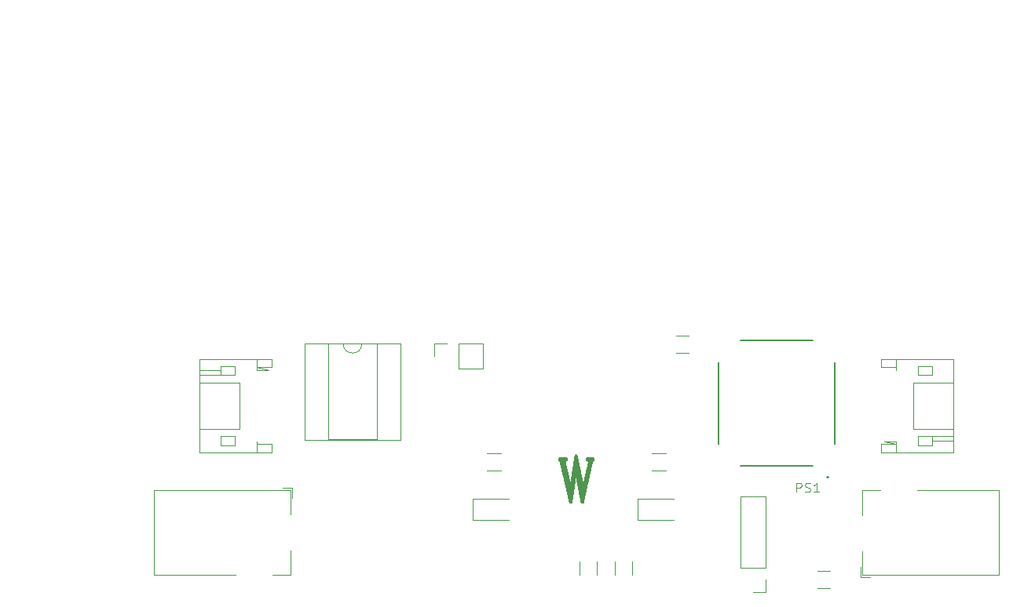
<source format=gbr>
From 9d678fbace2e4931e39ab5b95b2ec7493a18f549 Mon Sep 17 00:00:00 2001
From: Blaise Thompson <blaise@untzag.com>
Date: Mon, 25 Jan 2021 12:15:05 -0600
Subject: digital-driver readme

---
 digital-driver/gerber/driver-F_SilkS.gbr | 2419 ++++++++++++++++--------------
 1 file changed, 1296 insertions(+), 1123 deletions(-)

(limited to 'digital-driver/gerber/driver-F_SilkS.gbr')

diff --git a/digital-driver/gerber/driver-F_SilkS.gbr b/digital-driver/gerber/driver-F_SilkS.gbr
index 40c5e48..d854bb1 100644
--- a/digital-driver/gerber/driver-F_SilkS.gbr
+++ b/digital-driver/gerber/driver-F_SilkS.gbr
@@ -1,12 +1,12 @@
-%TF.GenerationSoftware,KiCad,Pcbnew,5.1.9+dfsg1-1*%
-%TF.CreationDate,2021-01-24T22:19:11-06:00*%
+%TF.GenerationSoftware,KiCad,Pcbnew,5.1.8+dfsg1-1+b1*%
+%TF.CreationDate,2021-01-25T11:41:01-06:00*%
 %TF.ProjectId,driver,64726976-6572-42e6-9b69-6361645f7063,1.0.0*%
 %TF.SameCoordinates,Original*%
 %TF.FileFunction,Legend,Top*%
 %TF.FilePolarity,Positive*%
 %FSLAX46Y46*%
 G04 Gerber Fmt 4.6, Leading zero omitted, Abs format (unit mm)*
-G04 Created by KiCad (PCBNEW 5.1.9+dfsg1-1) date 2021-01-24 22:19:11*
+G04 Created by KiCad (PCBNEW 5.1.8+dfsg1-1+b1) date 2021-01-25 11:41:01*
 %MOMM*%
 %LPD*%
 G01*
@@ -16,13 +16,162 @@ G04 APERTURE LIST*
 %TA.AperFunction,Profile*%
 %ADD12C,0.100000*%
 %TD*%
-%ADD13C,0.127000*%
-%ADD14C,0.200000*%
-%ADD15C,0.120000*%
+%ADD13C,0.120000*%
+%ADD14C,0.127000*%
+%ADD15C,0.200000*%
 %ADD16C,0.010000*%
-%ADD17C,0.015000*%
 G04 APERTURE END LIST*
 D10*
+X145351904Y-87082380D02*
+X145685238Y-88082380D01*
+X146018571Y-87082380D01*
+X146256666Y-87082380D02*
+X146923333Y-88082380D01*
+X146923333Y-87082380D02*
+X146256666Y-88082380D01*
+X147494761Y-87082380D02*
+X147685238Y-87082380D01*
+X147780476Y-87130000D01*
+X147875714Y-87225238D01*
+X147923333Y-87415714D01*
+X147923333Y-87749047D01*
+X147875714Y-87939523D01*
+X147780476Y-88034761D01*
+X147685238Y-88082380D01*
+X147494761Y-88082380D01*
+X147399523Y-88034761D01*
+X147304285Y-87939523D01*
+X147256666Y-87749047D01*
+X147256666Y-87415714D01*
+X147304285Y-87225238D01*
+X147399523Y-87130000D01*
+X147494761Y-87082380D01*
+X148256666Y-87082380D02*
+X148923333Y-87082380D01*
+X148494761Y-88082380D01*
+X149447142Y-87510952D02*
+X149351904Y-87463333D01*
+X149304285Y-87415714D01*
+X149256666Y-87320476D01*
+X149256666Y-87272857D01*
+X149304285Y-87177619D01*
+X149351904Y-87130000D01*
+X149447142Y-87082380D01*
+X149637619Y-87082380D01*
+X149732857Y-87130000D01*
+X149780476Y-87177619D01*
+X149828095Y-87272857D01*
+X149828095Y-87320476D01*
+X149780476Y-87415714D01*
+X149732857Y-87463333D01*
+X149637619Y-87510952D01*
+X149447142Y-87510952D01*
+X149351904Y-87558571D01*
+X149304285Y-87606190D01*
+X149256666Y-87701428D01*
+X149256666Y-87891904D01*
+X149304285Y-87987142D01*
+X149351904Y-88034761D01*
+X149447142Y-88082380D01*
+X149637619Y-88082380D01*
+X149732857Y-88034761D01*
+X149780476Y-87987142D01*
+X149828095Y-87891904D01*
+X149828095Y-87701428D01*
+X149780476Y-87606190D01*
+X149732857Y-87558571D01*
+X149637619Y-87510952D01*
+X150447142Y-87082380D02*
+X150542380Y-87082380D01*
+X150637619Y-87130000D01*
+X150685238Y-87177619D01*
+X150732857Y-87272857D01*
+X150780476Y-87463333D01*
+X150780476Y-87701428D01*
+X150732857Y-87891904D01*
+X150685238Y-87987142D01*
+X150637619Y-88034761D01*
+X150542380Y-88082380D01*
+X150447142Y-88082380D01*
+X150351904Y-88034761D01*
+X150304285Y-87987142D01*
+X150256666Y-87891904D01*
+X150209047Y-87701428D01*
+X150209047Y-87463333D01*
+X150256666Y-87272857D01*
+X150304285Y-87177619D01*
+X150351904Y-87130000D01*
+X150447142Y-87082380D01*
+X151685238Y-87082380D02*
+X151209047Y-87082380D01*
+X151161428Y-87558571D01*
+X151209047Y-87510952D01*
+X151304285Y-87463333D01*
+X151542380Y-87463333D01*
+X151637619Y-87510952D01*
+X151685238Y-87558571D01*
+X151732857Y-87653809D01*
+X151732857Y-87891904D01*
+X151685238Y-87987142D01*
+X151637619Y-88034761D01*
+X151542380Y-88082380D01*
+X151304285Y-88082380D01*
+X151209047Y-88034761D01*
+X151161428Y-87987142D01*
+X143438571Y-103679523D02*
+X143438571Y-104012857D01*
+X143962380Y-104012857D02*
+X142962380Y-104012857D01*
+X142962380Y-103536666D01*
+X143676666Y-103203333D02*
+X143676666Y-102727142D01*
+X143962380Y-103298571D02*
+X142962380Y-102965238D01*
+X143962380Y-102631904D01*
+X143962380Y-102298571D02*
+X142962380Y-102298571D01*
+X143962380Y-101727142D01*
+X142962380Y-101727142D01*
+X148090000Y-107441904D02*
+X148042380Y-107537142D01*
+X148042380Y-107680000D01*
+X148090000Y-107822857D01*
+X148185238Y-107918095D01*
+X148280476Y-107965714D01*
+X148470952Y-108013333D01*
+X148613809Y-108013333D01*
+X148804285Y-107965714D01*
+X148899523Y-107918095D01*
+X148994761Y-107822857D01*
+X149042380Y-107680000D01*
+X149042380Y-107584761D01*
+X148994761Y-107441904D01*
+X148947142Y-107394285D01*
+X148613809Y-107394285D01*
+X148613809Y-107584761D01*
+X149042380Y-106965714D02*
+X148042380Y-106965714D01*
+X149042380Y-106394285D01*
+X148042380Y-106394285D01*
+X149042380Y-105918095D02*
+X148042380Y-105918095D01*
+X148042380Y-105680000D01*
+X148090000Y-105537142D01*
+X148185238Y-105441904D01*
+X148280476Y-105394285D01*
+X148470952Y-105346666D01*
+X148613809Y-105346666D01*
+X148804285Y-105394285D01*
+X148899523Y-105441904D01*
+X148994761Y-105537142D01*
+X149042380Y-105680000D01*
+X149042380Y-105918095D01*
+X112649047Y-85161428D02*
+X113410952Y-85161428D01*
+X115189047Y-85161428D02*
+X115950952Y-85161428D01*
+X115570000Y-85542380D02*
+X115570000Y-84780476D01*
 X117133809Y-102052380D02*
 X117133809Y-101052380D01*
 X117562380Y-101147619D02*
@@ -525,985 +674,109 @@ G02*
 X167640000Y-81280000I0J-2540000D01*
 G01*
 D13*
+%TO.C,R7*%
+X129180000Y-104682936D02*
+X129180000Y-106137064D01*
+X127360000Y-104682936D02*
+X127360000Y-106137064D01*
+%TO.C,R6*%
+X132990000Y-104682936D02*
+X132990000Y-106137064D01*
+X131170000Y-104682936D02*
+X131170000Y-106137064D01*
+D14*
 %TO.C,PS1*%
 X152520000Y-94380000D02*
 X144660000Y-94380000D01*
-D14*
+D15*
 X154190000Y-95630000D02*
 G75*
 G03*
 X154190000Y-95630000I-100000J0D01*
 G01*
-D13*
+D14*
 X144660000Y-80880000D02*
 X152520000Y-80880000D01*
 X142340000Y-92060000D02*
 X142340000Y-83200000D01*
 X154840000Y-83200000D02*
 X154840000Y-92060000D01*
-D15*
+D13*
 %TO.C,J1*%
 X161430000Y-91760000D02*
-X160215000Y-91760000D01*
-X165390000Y-91700000D02*
-X167650000Y-91700000D01*
-X165390000Y-91200000D02*
-X167650000Y-91200000D01*
-X163790000Y-84600000D02*
-X163790000Y-83600000D01*
-X165390000Y-84600000D02*
-X163790000Y-84600000D01*
-X165390000Y-83600000D02*
-X165390000Y-84600000D01*
-X163790000Y-83600000D02*
-X165390000Y-83600000D01*
-X163790000Y-91200000D02*
-X163790000Y-92200000D01*
-X165390000Y-91200000D02*
-X163790000Y-91200000D01*
-X165390000Y-92200000D02*
-X165390000Y-91200000D01*
-X163790000Y-92200000D02*
-X165390000Y-92200000D01*
-X161430000Y-82840000D02*
-X161430000Y-83760000D01*
-X161430000Y-92960000D02*
 X161430000Y-92040000D01*
-X163290000Y-85400000D02*
-X167650000Y-85400000D01*
-X163290000Y-90400000D02*
-X163290000Y-85400000D01*
-X167650000Y-90400000D02*
-X163290000Y-90400000D01*
+X161430000Y-92040000D02*
+X159830000Y-92040000D01*
+X159830000Y-92040000D02*
+X159830000Y-92960000D01*
+X159830000Y-92960000D02*
+X167650000Y-92960000D01*
+X167650000Y-92960000D02*
+X167650000Y-82840000D01*
+X167650000Y-82840000D02*
+X159830000Y-82840000D01*
+X159830000Y-82840000D02*
+X159830000Y-83760000D01*
+X159830000Y-83760000D02*
+X161430000Y-83760000D01*
 X161430000Y-83760000D02*
 X161430000Y-84040000D01*
-X159830000Y-83760000D02*
+X167650000Y-90400000D02*
+X163290000Y-90400000D01*
+X163290000Y-90400000D02*
+X163290000Y-85400000D01*
+X163290000Y-85400000D02*
+X167650000Y-85400000D01*
+X161430000Y-92960000D02*
+X161430000Y-92040000D01*
+X161430000Y-82840000D02*
 X161430000Y-83760000D01*
-X159830000Y-82840000D02*
-X159830000Y-83760000D01*
-X167650000Y-82840000D02*
-X159830000Y-82840000D01*
-X167650000Y-92960000D02*
-X167650000Y-82840000D01*
-X159830000Y-92960000D02*
-X167650000Y-92960000D01*
-X159830000Y-92040000D02*
-X159830000Y-92960000D01*
-X161430000Y-92040000D02*
-X159830000Y-92040000D01*
+X163790000Y-92200000D02*
+X165390000Y-92200000D01*
+X165390000Y-92200000D02*
+X165390000Y-91200000D01*
+X165390000Y-91200000D02*
+X163790000Y-91200000D01*
+X163790000Y-91200000D02*
+X163790000Y-92200000D01*
+X163790000Y-83600000D02*
+X165390000Y-83600000D01*
+X165390000Y-83600000D02*
+X165390000Y-84600000D01*
+X165390000Y-84600000D02*
+X163790000Y-84600000D01*
+X163790000Y-84600000D02*
+X163790000Y-83600000D01*
+X165390000Y-91200000D02*
+X167650000Y-91200000D01*
+X165390000Y-91700000D02*
+X167650000Y-91700000D01*
 X161430000Y-91760000D02*
-X161430000Y-92040000D01*
+X160215000Y-91760000D01*
 %TO.C,R5*%
-X135162936Y-94890000D02*
-X136617064Y-94890000D01*
 X135162936Y-93070000D02*
 X136617064Y-93070000D01*
+X135162936Y-94890000D02*
+X136617064Y-94890000D01*
 %TO.C,R2*%
-X117382936Y-94890000D02*
-X118837064Y-94890000D01*
 X117382936Y-93070000D02*
 X118837064Y-93070000D01*
+X117382936Y-94890000D02*
+X118837064Y-94890000D01*
 %TO.C,C3*%
-X139141252Y-80370000D02*
-X137718748Y-80370000D01*
 X139141252Y-82190000D02*
 X137718748Y-82190000D01*
+X139141252Y-80370000D02*
+X137718748Y-80370000D01*
 %TO.C,C2*%
-X152958748Y-107590000D02*
-X154381252Y-107590000D01*
 X152958748Y-105770000D02*
 X154381252Y-105770000D01*
+X152958748Y-107590000D02*
+X154381252Y-107590000D01*
 D16*
 %TO.C,G\u002A\u002A\u002A*%
 G36*
-X126990497Y-93197841D02*
-G01*
-X127007933Y-93198488D01*
-X127018683Y-93199868D01*
-X127024481Y-93202227D01*
-X127027064Y-93205810D01*
-X127027312Y-93206570D01*
-X127028537Y-93212166D01*
-X127031761Y-93227346D01*
-X127036909Y-93251744D01*
-X127043904Y-93284999D01*
-X127052670Y-93326746D01*
-X127063132Y-93376623D01*
-X127075213Y-93434267D01*
-X127088838Y-93499314D01*
-X127103930Y-93571400D01*
-X127120413Y-93650164D01*
-X127138212Y-93735240D01*
-X127157251Y-93826267D01*
-X127177452Y-93922881D01*
-X127198742Y-94024719D01*
-X127221043Y-94131417D01*
-X127244279Y-94242613D01*
-X127268375Y-94357942D01*
-X127293255Y-94477043D01*
-X127318842Y-94599551D01*
-X127345061Y-94725103D01*
-X127371835Y-94853336D01*
-X127383589Y-94909640D01*
-X127410596Y-95038994D01*
-X127437087Y-95165858D01*
-X127462985Y-95289867D01*
-X127488216Y-95410656D01*
-X127512702Y-95527860D01*
-X127536367Y-95641114D01*
-X127559134Y-95750053D01*
-X127580927Y-95854311D01*
-X127601671Y-95953524D01*
-X127621288Y-96047327D01*
-X127639702Y-96135354D01*
-X127656836Y-96217241D01*
-X127672615Y-96292622D01*
-X127686963Y-96361133D01*
-X127699801Y-96422408D01*
-X127711055Y-96476083D01*
-X127720648Y-96521792D01*
-X127728504Y-96559170D01*
-X127734545Y-96587853D01*
-X127738697Y-96607475D01*
-X127740882Y-96617671D01*
-X127741196Y-96619060D01*
-X127743609Y-96627405D01*
-X127745499Y-96628620D01*
-X127747792Y-96621715D01*
-X127750710Y-96608900D01*
-X127752330Y-96601781D01*
-X127756140Y-96585185D01*
-X127762042Y-96559532D01*
-X127769940Y-96525243D01*
-X127779736Y-96482740D01*
-X127791332Y-96432445D01*
-X127804633Y-96374777D01*
-X127819540Y-96310160D01*
-X127835956Y-96239013D01*
-X127853785Y-96161758D01*
-X127872928Y-96078816D01*
-X127893289Y-95990609D01*
-X127914770Y-95897558D01*
-X127937275Y-95800084D01*
-X127960706Y-95698609D01*
-X127984965Y-95593553D01*
-X128009956Y-95485338D01*
-X128035582Y-95374385D01*
-X128054338Y-95293180D01*
-X128085751Y-95157185D01*
-X128114958Y-95030732D01*
-X128142035Y-94913458D01*
-X128167057Y-94805005D01*
-X128190100Y-94705012D01*
-X128211241Y-94613119D01*
-X128230555Y-94528966D01*
-X128248118Y-94452193D01*
-X128264006Y-94382440D01*
-X128278294Y-94319347D01*
-X128291060Y-94262553D01*
-X128302378Y-94211700D01*
-X128312324Y-94166426D01*
-X128320974Y-94126371D01*
-X128328405Y-94091177D01*
-X128334692Y-94060482D01*
-X128339911Y-94033926D01*
-X128344137Y-94011150D01*
-X128347448Y-93991793D01*
-X128349918Y-93975495D01*
-X128351623Y-93961897D01*
-X128352640Y-93950638D01*
-X128353043Y-93941357D01*
-X128352910Y-93933697D01*
-X128352316Y-93927295D01*
-X128351337Y-93921792D01*
-X128350049Y-93916828D01*
-X128348527Y-93912042D01*
-X128346847Y-93907076D01*
-X128346602Y-93906340D01*
-X128331641Y-93875657D01*
-X128309555Y-93852180D01*
-X128280449Y-93835972D01*
-X128244424Y-93827098D01*
-X128216660Y-93825288D01*
-X128193898Y-93825678D01*
-X128172022Y-93826919D01*
-X128155471Y-93828751D01*
-X128154430Y-93828930D01*
-X128132840Y-93832800D01*
-X128132840Y-93578680D01*
-X128894840Y-93578680D01*
-X128894840Y-93706950D01*
-X128894841Y-93835220D01*
-X128842770Y-93835220D01*
-X128818094Y-93835485D01*
-X128800598Y-93836633D01*
-X128787312Y-93839190D01*
-X128775263Y-93843683D01*
-X128764345Y-93849115D01*
-X128735022Y-93870058D01*
-X128712361Y-93898573D01*
-X128707445Y-93907409D01*
-X128705974Y-93913070D01*
-X128702384Y-93928337D01*
-X128696745Y-93952894D01*
-X128689126Y-93986426D01*
-X128679599Y-94028618D01*
-X128668233Y-94079154D01*
-X128655099Y-94137719D01*
-X128640267Y-94203997D01*
-X128623807Y-94277673D01*
-X128605788Y-94358432D01*
-X128586282Y-94445958D01*
-X128565359Y-94539936D01*
-X128543088Y-94640050D01*
-X128519540Y-94745985D01*
-X128494785Y-94857426D01*
-X128468893Y-94974056D01*
-X128441935Y-95095562D01*
-X128413980Y-95221626D01*
-X128385099Y-95351935D01*
-X128355362Y-95486172D01*
-X128324838Y-95624022D01*
-X128293599Y-95765170D01*
-X128261715Y-95909300D01*
-X128229255Y-96056096D01*
-X128209009Y-96147689D01*
-X128176237Y-96295968D01*
-X128144011Y-96441776D01*
-X128112400Y-96584797D01*
-X128081474Y-96724715D01*
-X128051303Y-96861215D01*
-X128021956Y-96993982D01*
-X127993504Y-97122700D01*
-X127966016Y-97247055D01*
-X127939561Y-97366729D01*
-X127914210Y-97481409D01*
-X127890032Y-97590779D01*
-X127867097Y-97694522D01*
-X127845475Y-97792325D01*
-X127825235Y-97883871D01*
-X127806447Y-97968845D01*
-X127789181Y-98046931D01*
-X127773507Y-98117815D01*
-X127759494Y-98181180D01*
-X127747212Y-98236712D01*
-X127736730Y-98284094D01*
-X127728120Y-98323012D01*
-X127721449Y-98353150D01*
-X127716789Y-98374193D01*
-X127714208Y-98385825D01*
-X127713684Y-98388170D01*
-X127712204Y-98392781D01*
-X127709192Y-98395949D01*
-X127702978Y-98397944D01*
-X127691893Y-98399036D01*
-X127674265Y-98399498D01*
-X127648425Y-98399599D01*
-X127643218Y-98399600D01*
-X127575430Y-98399600D01*
-X127567226Y-98357690D01*
-X127565605Y-98349376D01*
-X127562123Y-98331482D01*
-X127556855Y-98304402D01*
-X127549879Y-98268527D01*
-X127541269Y-98224253D01*
-X127531104Y-98171971D01*
-X127519459Y-98112075D01*
-X127506411Y-98044958D01*
-X127492036Y-97971014D01*
-X127476411Y-97890636D01*
-X127459612Y-97804217D01*
-X127441716Y-97712150D01*
-X127422799Y-97614828D01*
-X127402937Y-97512646D01*
-X127382207Y-97405995D01*
-X127360685Y-97295269D01*
-X127338448Y-97180862D01*
-X127315573Y-97063167D01*
-X127292135Y-96942577D01*
-X127268211Y-96819485D01*
-X127258903Y-96771596D01*
-X127234903Y-96648128D01*
-X127211395Y-96527246D01*
-X127188456Y-96409330D01*
-X127166159Y-96294759D01*
-X127144579Y-96183914D01*
-X127123789Y-96077174D01*
-X127103863Y-95974920D01*
-X127084877Y-95877532D01*
-X127066904Y-95785389D01*
-X127050018Y-95698872D01*
-X127034294Y-95618360D01*
-X127019805Y-95544234D01*
-X127006627Y-95476873D01*
-X126994832Y-95416658D01*
-X126984496Y-95363968D01*
-X126975693Y-95319183D01*
-X126968496Y-95282684D01*
-X126962980Y-95254851D01*
-X126959220Y-95236062D01*
-X126957288Y-95226700D01*
-X126957037Y-95225663D01*
-X126956895Y-95225053D01*
-X126956855Y-95223875D01*
-X126956866Y-95222475D01*
-X126956873Y-95221199D01*
-X126956822Y-95220393D01*
-X126956662Y-95220403D01*
-X126956337Y-95221574D01*
-X126955795Y-95224253D01*
-X126954982Y-95228785D01*
-X126953845Y-95235515D01*
-X126952331Y-95244791D01*
-X126950386Y-95256957D01*
-X126947956Y-95272359D01*
-X126944989Y-95291344D01*
-X126941431Y-95314257D01*
-X126937229Y-95341444D01*
-X126932329Y-95373250D01*
-X126926678Y-95410022D01*
-X126920222Y-95452105D01*
-X126912908Y-95499846D01*
-X126904683Y-95553589D01*
-X126895493Y-95613681D01*
-X126885284Y-95680468D01*
-X126874005Y-95754295D01*
-X126861600Y-95835509D01*
-X126848018Y-95924454D01*
-X126833203Y-96021478D01*
-X126817104Y-96126925D01*
-X126799666Y-96241141D01*
-X126780836Y-96364473D01*
-X126760561Y-96497267D01*
-X126745843Y-96593660D01*
-X126727801Y-96711816D01*
-X126709907Y-96828998D01*
-X126692240Y-96944688D01*
-X126674879Y-97058368D01*
-X126657902Y-97169522D01*
-X126641390Y-97277632D01*
-X126625421Y-97382182D01*
-X126610073Y-97482654D01*
-X126595427Y-97578531D01*
-X126581560Y-97669296D01*
-X126568553Y-97754432D01*
-X126556483Y-97833421D01*
-X126545430Y-97905748D01*
-X126535474Y-97970893D01*
-X126526692Y-98028342D01*
-X126519164Y-98077575D01*
-X126512969Y-98118077D01*
-X126508186Y-98149330D01*
-X126506229Y-98162110D01*
-X126469841Y-98399600D01*
-X126319671Y-98399600D01*
-X126314611Y-98380550D01*
-X126313131Y-98374372D01*
-X126309421Y-98358617D01*
-X126303554Y-98333601D01*
-X126295606Y-98299642D01*
-X126285650Y-98257057D01*
-X126273761Y-98206164D01*
-X126260011Y-98147280D01*
-X126244475Y-98080723D01*
-X126227228Y-98006810D01*
-X126208343Y-97925858D01*
-X126187894Y-97838185D01*
-X126165955Y-97744109D01*
-X126142601Y-97643946D01*
-X126117904Y-97538014D01*
-X126091940Y-97426631D01*
-X126064782Y-97310113D01*
-X126036505Y-97188779D01*
-X126007182Y-97062946D01*
-X125976887Y-96932931D01*
-X125945694Y-96799052D01*
-X125913678Y-96661625D01*
-X125880912Y-96520969D01*
-X125847471Y-96377401D01*
-X125813427Y-96231238D01*
-X125796086Y-96156780D01*
-X125761752Y-96009367D01*
-X125727973Y-95864363D01*
-X125694823Y-95722086D01*
-X125662377Y-95582855D01*
-X125630710Y-95446988D01*
-X125599896Y-95314805D01*
-X125570008Y-95186623D01*
-X125541123Y-95062761D01*
-X125513313Y-94943539D01*
-X125486654Y-94829274D01*
-X125461219Y-94720286D01*
-X125437084Y-94616893D01*
-X125414322Y-94519413D01*
-X125393009Y-94428166D01*
-X125373217Y-94343470D01*
-X125355023Y-94265643D01*
-X125338500Y-94195005D01*
-X125323722Y-94131874D01*
-X125310765Y-94076569D01*
-X125299701Y-94029408D01*
-X125290607Y-93990710D01*
-X125283556Y-93960794D01*
-X125278622Y-93939978D01*
-X125275881Y-93928582D01*
-X125275358Y-93926523D01*
-X125261527Y-93895939D01*
-X125239157Y-93869348D01*
-X125209390Y-93847669D01*
-X125173370Y-93831820D01*
-X125149604Y-93825566D01*
-X125117860Y-93819094D01*
-X125115136Y-93578680D01*
-X125963680Y-93578680D01*
-X125963680Y-93822409D01*
-X125918694Y-93819216D01*
-X125896038Y-93817911D01*
-X125880030Y-93818153D01*
-X125867220Y-93820395D01*
-X125854153Y-93825093D01*
-X125845760Y-93828817D01*
-X125818490Y-93845867D01*
-X125797969Y-93869243D01*
-X125783912Y-93899508D01*
-X125776033Y-93937222D01*
-X125774017Y-93969840D01*
-X125774061Y-93974798D01*
-X125774375Y-93980574D01*
-X125775043Y-93987532D01*
-X125776147Y-93996038D01*
-X125777768Y-94006458D01*
-X125779991Y-94019157D01*
-X125782896Y-94034500D01*
-X125786566Y-94052853D01*
-X125791085Y-94074582D01*
-X125796534Y-94100052D01*
-X125802995Y-94129629D01*
-X125810552Y-94163678D01*
-X125819286Y-94202564D01*
-X125829280Y-94246654D01*
-X125840617Y-94296313D01*
-X125853379Y-94351906D01*
-X125867648Y-94413799D01*
-X125883507Y-94482358D01*
-X125901038Y-94557947D01*
-X125920323Y-94640933D01*
-X125941446Y-94731681D01*
-X125964489Y-94830556D01*
-X125989533Y-94937925D01*
-X126016662Y-95054152D01*
-X126045958Y-95179604D01*
-X126071895Y-95290640D01*
-X126098032Y-95402496D01*
-X126123587Y-95511806D01*
-X126148461Y-95618153D01*
-X126172556Y-95721122D01*
-X126195776Y-95820296D01*
-X126218022Y-95915258D01*
-X126239196Y-96005594D01*
-X126259200Y-96090886D01*
-X126277938Y-96170718D01*
-X126295311Y-96244675D01*
-X126311222Y-96312341D01*
-X126325572Y-96373298D01*
-X126338264Y-96427131D01*
-X126349201Y-96473425D01*
-X126358284Y-96511762D01*
-X126365415Y-96541726D01*
-X126370498Y-96562902D01*
-X126373434Y-96574873D01*
-X126374148Y-96577527D01*
-X126375240Y-96573356D01*
-X126377832Y-96559430D01*
-X126381878Y-96536033D01*
-X126387332Y-96503453D01*
-X126394150Y-96461976D01*
-X126402287Y-96411888D01*
-X126411696Y-96353474D01*
-X126422333Y-96287022D01*
-X126434153Y-96212816D01*
-X126447109Y-96131144D01*
-X126461157Y-96042292D01*
-X126476252Y-95946545D01*
-X126492348Y-95844190D01*
-X126509400Y-95735512D01*
-X126527363Y-95620799D01*
-X126546191Y-95500336D01*
-X126565839Y-95374409D01*
-X126586261Y-95243304D01*
-X126607414Y-95107308D01*
-X126629250Y-94966706D01*
-X126636273Y-94921447D01*
-X126656286Y-94792444D01*
-X126675923Y-94665882D01*
-X126695126Y-94542138D01*
-X126713835Y-94421590D01*
-X126731992Y-94304615D01*
-X126749538Y-94191593D01*
-X126766415Y-94082899D01*
-X126782564Y-93978912D01*
-X126797925Y-93880009D01*
-X126812442Y-93786569D01*
-X126826054Y-93698968D01*
-X126838703Y-93617585D01*
-X126850330Y-93542797D01*
-X126860878Y-93474982D01*
-X126870286Y-93414518D01*
-X126878497Y-93361781D01*
-X126885451Y-93317150D01*
-X126891090Y-93281003D01*
-X126895356Y-93253717D01*
-X126898189Y-93235670D01*
-X126899531Y-93227240D01*
-X126899590Y-93226890D01*
-X126904565Y-93197680D01*
-X126964640Y-93197680D01*
-X126990497Y-93197841D01*
-G37*
-X126990497Y-93197841D02*
-X127007933Y-93198488D01*
-X127018683Y-93199868D01*
-X127024481Y-93202227D01*
-X127027064Y-93205810D01*
-X127027312Y-93206570D01*
-X127028537Y-93212166D01*
-X127031761Y-93227346D01*
-X127036909Y-93251744D01*
-X127043904Y-93284999D01*
-X127052670Y-93326746D01*
-X127063132Y-93376623D01*
-X127075213Y-93434267D01*
-X127088838Y-93499314D01*
-X127103930Y-93571400D01*
-X127120413Y-93650164D01*
-X127138212Y-93735240D01*
-X127157251Y-93826267D01*
-X127177452Y-93922881D01*
-X127198742Y-94024719D01*
-X127221043Y-94131417D01*
-X127244279Y-94242613D01*
-X127268375Y-94357942D01*
-X127293255Y-94477043D01*
-X127318842Y-94599551D01*
-X127345061Y-94725103D01*
-X127371835Y-94853336D01*
-X127383589Y-94909640D01*
-X127410596Y-95038994D01*
-X127437087Y-95165858D01*
-X127462985Y-95289867D01*
-X127488216Y-95410656D01*
-X127512702Y-95527860D01*
-X127536367Y-95641114D01*
-X127559134Y-95750053D01*
-X127580927Y-95854311D01*
-X127601671Y-95953524D01*
-X127621288Y-96047327D01*
-X127639702Y-96135354D01*
-X127656836Y-96217241D01*
-X127672615Y-96292622D01*
-X127686963Y-96361133D01*
-X127699801Y-96422408D01*
-X127711055Y-96476083D01*
-X127720648Y-96521792D01*
-X127728504Y-96559170D01*
-X127734545Y-96587853D01*
-X127738697Y-96607475D01*
-X127740882Y-96617671D01*
-X127741196Y-96619060D01*
-X127743609Y-96627405D01*
-X127745499Y-96628620D01*
-X127747792Y-96621715D01*
-X127750710Y-96608900D01*
-X127752330Y-96601781D01*
-X127756140Y-96585185D01*
-X127762042Y-96559532D01*
-X127769940Y-96525243D01*
-X127779736Y-96482740D01*
-X127791332Y-96432445D01*
-X127804633Y-96374777D01*
-X127819540Y-96310160D01*
-X127835956Y-96239013D01*
-X127853785Y-96161758D01*
-X127872928Y-96078816D01*
-X127893289Y-95990609D01*
-X127914770Y-95897558D01*
-X127937275Y-95800084D01*
-X127960706Y-95698609D01*
-X127984965Y-95593553D01*
-X128009956Y-95485338D01*
-X128035582Y-95374385D01*
-X128054338Y-95293180D01*
-X128085751Y-95157185D01*
-X128114958Y-95030732D01*
-X128142035Y-94913458D01*
-X128167057Y-94805005D01*
-X128190100Y-94705012D01*
-X128211241Y-94613119D01*
-X128230555Y-94528966D01*
-X128248118Y-94452193D01*
-X128264006Y-94382440D01*
-X128278294Y-94319347D01*
-X128291060Y-94262553D01*
-X128302378Y-94211700D01*
-X128312324Y-94166426D01*
-X128320974Y-94126371D01*
-X128328405Y-94091177D01*
-X128334692Y-94060482D01*
-X128339911Y-94033926D01*
-X128344137Y-94011150D01*
-X128347448Y-93991793D01*
-X128349918Y-93975495D01*
-X128351623Y-93961897D01*
-X128352640Y-93950638D01*
-X128353043Y-93941357D01*
-X128352910Y-93933697D01*
-X128352316Y-93927295D01*
-X128351337Y-93921792D01*
-X128350049Y-93916828D01*
-X128348527Y-93912042D01*
-X128346847Y-93907076D01*
-X128346602Y-93906340D01*
-X128331641Y-93875657D01*
-X128309555Y-93852180D01*
-X128280449Y-93835972D01*
-X128244424Y-93827098D01*
-X128216660Y-93825288D01*
-X128193898Y-93825678D01*
-X128172022Y-93826919D01*
-X128155471Y-93828751D01*
-X128154430Y-93828930D01*
-X128132840Y-93832800D01*
-X128132840Y-93578680D01*
-X128894840Y-93578680D01*
-X128894840Y-93706950D01*
-X128894841Y-93835220D01*
-X128842770Y-93835220D01*
-X128818094Y-93835485D01*
-X128800598Y-93836633D01*
-X128787312Y-93839190D01*
-X128775263Y-93843683D01*
-X128764345Y-93849115D01*
-X128735022Y-93870058D01*
-X128712361Y-93898573D01*
-X128707445Y-93907409D01*
-X128705974Y-93913070D01*
-X128702384Y-93928337D01*
-X128696745Y-93952894D01*
-X128689126Y-93986426D01*
-X128679599Y-94028618D01*
-X128668233Y-94079154D01*
-X128655099Y-94137719D01*
-X128640267Y-94203997D01*
-X128623807Y-94277673D01*
-X128605788Y-94358432D01*
-X128586282Y-94445958D01*
-X128565359Y-94539936D01*
-X128543088Y-94640050D01*
-X128519540Y-94745985D01*
-X128494785Y-94857426D01*
-X128468893Y-94974056D01*
-X128441935Y-95095562D01*
-X128413980Y-95221626D01*
-X128385099Y-95351935D01*
-X128355362Y-95486172D01*
-X128324838Y-95624022D01*
-X128293599Y-95765170D01*
-X128261715Y-95909300D01*
-X128229255Y-96056096D01*
-X128209009Y-96147689D01*
-X128176237Y-96295968D01*
-X128144011Y-96441776D01*
-X128112400Y-96584797D01*
-X128081474Y-96724715D01*
-X128051303Y-96861215D01*
-X128021956Y-96993982D01*
-X127993504Y-97122700D01*
-X127966016Y-97247055D01*
-X127939561Y-97366729D01*
-X127914210Y-97481409D01*
-X127890032Y-97590779D01*
-X127867097Y-97694522D01*
-X127845475Y-97792325D01*
-X127825235Y-97883871D01*
-X127806447Y-97968845D01*
-X127789181Y-98046931D01*
-X127773507Y-98117815D01*
-X127759494Y-98181180D01*
-X127747212Y-98236712D01*
-X127736730Y-98284094D01*
-X127728120Y-98323012D01*
-X127721449Y-98353150D01*
-X127716789Y-98374193D01*
-X127714208Y-98385825D01*
-X127713684Y-98388170D01*
-X127712204Y-98392781D01*
-X127709192Y-98395949D01*
-X127702978Y-98397944D01*
-X127691893Y-98399036D01*
-X127674265Y-98399498D01*
-X127648425Y-98399599D01*
-X127643218Y-98399600D01*
-X127575430Y-98399600D01*
-X127567226Y-98357690D01*
-X127565605Y-98349376D01*
-X127562123Y-98331482D01*
-X127556855Y-98304402D01*
-X127549879Y-98268527D01*
-X127541269Y-98224253D01*
-X127531104Y-98171971D01*
-X127519459Y-98112075D01*
-X127506411Y-98044958D01*
-X127492036Y-97971014D01*
-X127476411Y-97890636D01*
-X127459612Y-97804217D01*
-X127441716Y-97712150D01*
-X127422799Y-97614828D01*
-X127402937Y-97512646D01*
-X127382207Y-97405995D01*
-X127360685Y-97295269D01*
-X127338448Y-97180862D01*
-X127315573Y-97063167D01*
-X127292135Y-96942577D01*
-X127268211Y-96819485D01*
-X127258903Y-96771596D01*
-X127234903Y-96648128D01*
-X127211395Y-96527246D01*
-X127188456Y-96409330D01*
-X127166159Y-96294759D01*
-X127144579Y-96183914D01*
-X127123789Y-96077174D01*
-X127103863Y-95974920D01*
-X127084877Y-95877532D01*
-X127066904Y-95785389D01*
-X127050018Y-95698872D01*
-X127034294Y-95618360D01*
-X127019805Y-95544234D01*
-X127006627Y-95476873D01*
-X126994832Y-95416658D01*
-X126984496Y-95363968D01*
-X126975693Y-95319183D01*
-X126968496Y-95282684D01*
-X126962980Y-95254851D01*
-X126959220Y-95236062D01*
-X126957288Y-95226700D01*
-X126957037Y-95225663D01*
-X126956895Y-95225053D01*
-X126956855Y-95223875D01*
-X126956866Y-95222475D01*
-X126956873Y-95221199D01*
-X126956822Y-95220393D01*
-X126956662Y-95220403D01*
-X126956337Y-95221574D01*
-X126955795Y-95224253D01*
-X126954982Y-95228785D01*
-X126953845Y-95235515D01*
-X126952331Y-95244791D01*
-X126950386Y-95256957D01*
-X126947956Y-95272359D01*
-X126944989Y-95291344D01*
-X126941431Y-95314257D01*
-X126937229Y-95341444D01*
-X126932329Y-95373250D01*
-X126926678Y-95410022D01*
-X126920222Y-95452105D01*
-X126912908Y-95499846D01*
-X126904683Y-95553589D01*
-X126895493Y-95613681D01*
-X126885284Y-95680468D01*
-X126874005Y-95754295D01*
-X126861600Y-95835509D01*
-X126848018Y-95924454D01*
-X126833203Y-96021478D01*
-X126817104Y-96126925D01*
-X126799666Y-96241141D01*
-X126780836Y-96364473D01*
-X126760561Y-96497267D01*
-X126745843Y-96593660D01*
-X126727801Y-96711816D01*
-X126709907Y-96828998D01*
-X126692240Y-96944688D01*
-X126674879Y-97058368D01*
-X126657902Y-97169522D01*
-X126641390Y-97277632D01*
-X126625421Y-97382182D01*
-X126610073Y-97482654D01*
-X126595427Y-97578531D01*
-X126581560Y-97669296D01*
-X126568553Y-97754432D01*
-X126556483Y-97833421D01*
-X126545430Y-97905748D01*
-X126535474Y-97970893D01*
-X126526692Y-98028342D01*
-X126519164Y-98077575D01*
-X126512969Y-98118077D01*
-X126508186Y-98149330D01*
-X126506229Y-98162110D01*
-X126469841Y-98399600D01*
-X126319671Y-98399600D01*
-X126314611Y-98380550D01*
-X126313131Y-98374372D01*
-X126309421Y-98358617D01*
-X126303554Y-98333601D01*
-X126295606Y-98299642D01*
-X126285650Y-98257057D01*
-X126273761Y-98206164D01*
-X126260011Y-98147280D01*
-X126244475Y-98080723D01*
-X126227228Y-98006810D01*
-X126208343Y-97925858D01*
-X126187894Y-97838185D01*
-X126165955Y-97744109D01*
-X126142601Y-97643946D01*
-X126117904Y-97538014D01*
-X126091940Y-97426631D01*
-X126064782Y-97310113D01*
-X126036505Y-97188779D01*
-X126007182Y-97062946D01*
-X125976887Y-96932931D01*
-X125945694Y-96799052D01*
-X125913678Y-96661625D01*
-X125880912Y-96520969D01*
-X125847471Y-96377401D01*
-X125813427Y-96231238D01*
-X125796086Y-96156780D01*
-X125761752Y-96009367D01*
-X125727973Y-95864363D01*
-X125694823Y-95722086D01*
-X125662377Y-95582855D01*
-X125630710Y-95446988D01*
-X125599896Y-95314805D01*
-X125570008Y-95186623D01*
-X125541123Y-95062761D01*
-X125513313Y-94943539D01*
-X125486654Y-94829274D01*
-X125461219Y-94720286D01*
-X125437084Y-94616893D01*
-X125414322Y-94519413D01*
-X125393009Y-94428166D01*
-X125373217Y-94343470D01*
-X125355023Y-94265643D01*
-X125338500Y-94195005D01*
-X125323722Y-94131874D01*
-X125310765Y-94076569D01*
-X125299701Y-94029408D01*
-X125290607Y-93990710D01*
-X125283556Y-93960794D01*
-X125278622Y-93939978D01*
-X125275881Y-93928582D01*
-X125275358Y-93926523D01*
-X125261527Y-93895939D01*
-X125239157Y-93869348D01*
-X125209390Y-93847669D01*
-X125173370Y-93831820D01*
-X125149604Y-93825566D01*
-X125117860Y-93819094D01*
-X125115136Y-93578680D01*
-X125963680Y-93578680D01*
-X125963680Y-93822409D01*
-X125918694Y-93819216D01*
-X125896038Y-93817911D01*
-X125880030Y-93818153D01*
-X125867220Y-93820395D01*
-X125854153Y-93825093D01*
-X125845760Y-93828817D01*
-X125818490Y-93845867D01*
-X125797969Y-93869243D01*
-X125783912Y-93899508D01*
-X125776033Y-93937222D01*
-X125774017Y-93969840D01*
-X125774061Y-93974798D01*
-X125774375Y-93980574D01*
-X125775043Y-93987532D01*
-X125776147Y-93996038D01*
-X125777768Y-94006458D01*
-X125779991Y-94019157D01*
-X125782896Y-94034500D01*
-X125786566Y-94052853D01*
-X125791085Y-94074582D01*
-X125796534Y-94100052D01*
-X125802995Y-94129629D01*
-X125810552Y-94163678D01*
-X125819286Y-94202564D01*
-X125829280Y-94246654D01*
-X125840617Y-94296313D01*
-X125853379Y-94351906D01*
-X125867648Y-94413799D01*
-X125883507Y-94482358D01*
-X125901038Y-94557947D01*
-X125920323Y-94640933D01*
-X125941446Y-94731681D01*
-X125964489Y-94830556D01*
-X125989533Y-94937925D01*
-X126016662Y-95054152D01*
-X126045958Y-95179604D01*
-X126071895Y-95290640D01*
-X126098032Y-95402496D01*
-X126123587Y-95511806D01*
-X126148461Y-95618153D01*
-X126172556Y-95721122D01*
-X126195776Y-95820296D01*
-X126218022Y-95915258D01*
-X126239196Y-96005594D01*
-X126259200Y-96090886D01*
-X126277938Y-96170718D01*
-X126295311Y-96244675D01*
-X126311222Y-96312341D01*
-X126325572Y-96373298D01*
-X126338264Y-96427131D01*
-X126349201Y-96473425D01*
-X126358284Y-96511762D01*
-X126365415Y-96541726D01*
-X126370498Y-96562902D01*
-X126373434Y-96574873D01*
-X126374148Y-96577527D01*
-X126375240Y-96573356D01*
-X126377832Y-96559430D01*
-X126381878Y-96536033D01*
-X126387332Y-96503453D01*
-X126394150Y-96461976D01*
-X126402287Y-96411888D01*
-X126411696Y-96353474D01*
-X126422333Y-96287022D01*
-X126434153Y-96212816D01*
-X126447109Y-96131144D01*
-X126461157Y-96042292D01*
-X126476252Y-95946545D01*
-X126492348Y-95844190D01*
-X126509400Y-95735512D01*
-X126527363Y-95620799D01*
-X126546191Y-95500336D01*
-X126565839Y-95374409D01*
-X126586261Y-95243304D01*
-X126607414Y-95107308D01*
-X126629250Y-94966706D01*
-X126636273Y-94921447D01*
-X126656286Y-94792444D01*
-X126675923Y-94665882D01*
-X126695126Y-94542138D01*
-X126713835Y-94421590D01*
-X126731992Y-94304615D01*
-X126749538Y-94191593D01*
-X126766415Y-94082899D01*
-X126782564Y-93978912D01*
-X126797925Y-93880009D01*
-X126812442Y-93786569D01*
-X126826054Y-93698968D01*
-X126838703Y-93617585D01*
-X126850330Y-93542797D01*
-X126860878Y-93474982D01*
-X126870286Y-93414518D01*
-X126878497Y-93361781D01*
-X126885451Y-93317150D01*
-X126891090Y-93281003D01*
-X126895356Y-93253717D01*
-X126898189Y-93235670D01*
-X126899531Y-93227240D01*
-X126899590Y-93226890D01*
-X126904565Y-93197680D01*
-X126964640Y-93197680D01*
-X126990497Y-93197841D01*
-G36*
-X127027014Y-89303991D02*
+X127027014Y-89303991D02*
 G01*
 X127072375Y-89306052D01*
 X127113794Y-89309780D01*
@@ -6283,199 +5556,1099 @@ X126895161Y-89308085D01*
 X126935619Y-89304980D01*
 X126980499Y-89303625D01*
 X127027014Y-89303991D01*
-D15*
+G36*
+X126990497Y-93197841D02*
+G01*
+X127007933Y-93198488D01*
+X127018683Y-93199868D01*
+X127024481Y-93202227D01*
+X127027064Y-93205810D01*
+X127027312Y-93206570D01*
+X127028537Y-93212166D01*
+X127031761Y-93227346D01*
+X127036909Y-93251744D01*
+X127043904Y-93284999D01*
+X127052670Y-93326746D01*
+X127063132Y-93376623D01*
+X127075213Y-93434267D01*
+X127088838Y-93499314D01*
+X127103930Y-93571400D01*
+X127120413Y-93650164D01*
+X127138212Y-93735240D01*
+X127157251Y-93826267D01*
+X127177452Y-93922881D01*
+X127198742Y-94024719D01*
+X127221043Y-94131417D01*
+X127244279Y-94242613D01*
+X127268375Y-94357942D01*
+X127293255Y-94477043D01*
+X127318842Y-94599551D01*
+X127345061Y-94725103D01*
+X127371835Y-94853336D01*
+X127383589Y-94909640D01*
+X127410596Y-95038994D01*
+X127437087Y-95165858D01*
+X127462985Y-95289867D01*
+X127488216Y-95410656D01*
+X127512702Y-95527860D01*
+X127536367Y-95641114D01*
+X127559134Y-95750053D01*
+X127580927Y-95854311D01*
+X127601671Y-95953524D01*
+X127621288Y-96047327D01*
+X127639702Y-96135354D01*
+X127656836Y-96217241D01*
+X127672615Y-96292622D01*
+X127686963Y-96361133D01*
+X127699801Y-96422408D01*
+X127711055Y-96476083D01*
+X127720648Y-96521792D01*
+X127728504Y-96559170D01*
+X127734545Y-96587853D01*
+X127738697Y-96607475D01*
+X127740882Y-96617671D01*
+X127741196Y-96619060D01*
+X127743609Y-96627405D01*
+X127745499Y-96628620D01*
+X127747792Y-96621715D01*
+X127750710Y-96608900D01*
+X127752330Y-96601781D01*
+X127756140Y-96585185D01*
+X127762042Y-96559532D01*
+X127769940Y-96525243D01*
+X127779736Y-96482740D01*
+X127791332Y-96432445D01*
+X127804633Y-96374777D01*
+X127819540Y-96310160D01*
+X127835956Y-96239013D01*
+X127853785Y-96161758D01*
+X127872928Y-96078816D01*
+X127893289Y-95990609D01*
+X127914770Y-95897558D01*
+X127937275Y-95800084D01*
+X127960706Y-95698609D01*
+X127984965Y-95593553D01*
+X128009956Y-95485338D01*
+X128035582Y-95374385D01*
+X128054338Y-95293180D01*
+X128085751Y-95157185D01*
+X128114958Y-95030732D01*
+X128142035Y-94913458D01*
+X128167057Y-94805005D01*
+X128190100Y-94705012D01*
+X128211241Y-94613119D01*
+X128230555Y-94528966D01*
+X128248118Y-94452193D01*
+X128264006Y-94382440D01*
+X128278294Y-94319347D01*
+X128291060Y-94262553D01*
+X128302378Y-94211700D01*
+X128312324Y-94166426D01*
+X128320974Y-94126371D01*
+X128328405Y-94091177D01*
+X128334692Y-94060482D01*
+X128339911Y-94033926D01*
+X128344137Y-94011150D01*
+X128347448Y-93991793D01*
+X128349918Y-93975495D01*
+X128351623Y-93961897D01*
+X128352640Y-93950638D01*
+X128353043Y-93941357D01*
+X128352910Y-93933697D01*
+X128352316Y-93927295D01*
+X128351337Y-93921792D01*
+X128350049Y-93916828D01*
+X128348527Y-93912042D01*
+X128346847Y-93907076D01*
+X128346602Y-93906340D01*
+X128331641Y-93875657D01*
+X128309555Y-93852180D01*
+X128280449Y-93835972D01*
+X128244424Y-93827098D01*
+X128216660Y-93825288D01*
+X128193898Y-93825678D01*
+X128172022Y-93826919D01*
+X128155471Y-93828751D01*
+X128154430Y-93828930D01*
+X128132840Y-93832800D01*
+X128132840Y-93578680D01*
+X128894840Y-93578680D01*
+X128894840Y-93706950D01*
+X128894841Y-93835220D01*
+X128842770Y-93835220D01*
+X128818094Y-93835485D01*
+X128800598Y-93836633D01*
+X128787312Y-93839190D01*
+X128775263Y-93843683D01*
+X128764345Y-93849115D01*
+X128735022Y-93870058D01*
+X128712361Y-93898573D01*
+X128707445Y-93907409D01*
+X128705974Y-93913070D01*
+X128702384Y-93928337D01*
+X128696745Y-93952894D01*
+X128689126Y-93986426D01*
+X128679599Y-94028618D01*
+X128668233Y-94079154D01*
+X128655099Y-94137719D01*
+X128640267Y-94203997D01*
+X128623807Y-94277673D01*
+X128605788Y-94358432D01*
+X128586282Y-94445958D01*
+X128565359Y-94539936D01*
+X128543088Y-94640050D01*
+X128519540Y-94745985D01*
+X128494785Y-94857426D01*
+X128468893Y-94974056D01*
+X128441935Y-95095562D01*
+X128413980Y-95221626D01*
+X128385099Y-95351935D01*
+X128355362Y-95486172D01*
+X128324838Y-95624022D01*
+X128293599Y-95765170D01*
+X128261715Y-95909300D01*
+X128229255Y-96056096D01*
+X128209009Y-96147689D01*
+X128176237Y-96295968D01*
+X128144011Y-96441776D01*
+X128112400Y-96584797D01*
+X128081474Y-96724715D01*
+X128051303Y-96861215D01*
+X128021956Y-96993982D01*
+X127993504Y-97122700D01*
+X127966016Y-97247055D01*
+X127939561Y-97366729D01*
+X127914210Y-97481409D01*
+X127890032Y-97590779D01*
+X127867097Y-97694522D01*
+X127845475Y-97792325D01*
+X127825235Y-97883871D01*
+X127806447Y-97968845D01*
+X127789181Y-98046931D01*
+X127773507Y-98117815D01*
+X127759494Y-98181180D01*
+X127747212Y-98236712D01*
+X127736730Y-98284094D01*
+X127728120Y-98323012D01*
+X127721449Y-98353150D01*
+X127716789Y-98374193D01*
+X127714208Y-98385825D01*
+X127713684Y-98388170D01*
+X127712204Y-98392781D01*
+X127709192Y-98395949D01*
+X127702978Y-98397944D01*
+X127691893Y-98399036D01*
+X127674265Y-98399498D01*
+X127648425Y-98399599D01*
+X127643218Y-98399600D01*
+X127575430Y-98399600D01*
+X127567226Y-98357690D01*
+X127565605Y-98349376D01*
+X127562123Y-98331482D01*
+X127556855Y-98304402D01*
+X127549879Y-98268527D01*
+X127541269Y-98224253D01*
+X127531104Y-98171971D01*
+X127519459Y-98112075D01*
+X127506411Y-98044958D01*
+X127492036Y-97971014D01*
+X127476411Y-97890636D01*
+X127459612Y-97804217D01*
+X127441716Y-97712150D01*
+X127422799Y-97614828D01*
+X127402937Y-97512646D01*
+X127382207Y-97405995D01*
+X127360685Y-97295269D01*
+X127338448Y-97180862D01*
+X127315573Y-97063167D01*
+X127292135Y-96942577D01*
+X127268211Y-96819485D01*
+X127258903Y-96771596D01*
+X127234903Y-96648128D01*
+X127211395Y-96527246D01*
+X127188456Y-96409330D01*
+X127166159Y-96294759D01*
+X127144579Y-96183914D01*
+X127123789Y-96077174D01*
+X127103863Y-95974920D01*
+X127084877Y-95877532D01*
+X127066904Y-95785389D01*
+X127050018Y-95698872D01*
+X127034294Y-95618360D01*
+X127019805Y-95544234D01*
+X127006627Y-95476873D01*
+X126994832Y-95416658D01*
+X126984496Y-95363968D01*
+X126975693Y-95319183D01*
+X126968496Y-95282684D01*
+X126962980Y-95254851D01*
+X126959220Y-95236062D01*
+X126957288Y-95226700D01*
+X126957037Y-95225663D01*
+X126956895Y-95225053D01*
+X126956855Y-95223875D01*
+X126956866Y-95222475D01*
+X126956873Y-95221199D01*
+X126956822Y-95220393D01*
+X126956662Y-95220403D01*
+X126956337Y-95221574D01*
+X126955795Y-95224253D01*
+X126954982Y-95228785D01*
+X126953845Y-95235515D01*
+X126952331Y-95244791D01*
+X126950386Y-95256957D01*
+X126947956Y-95272359D01*
+X126944989Y-95291344D01*
+X126941431Y-95314257D01*
+X126937229Y-95341444D01*
+X126932329Y-95373250D01*
+X126926678Y-95410022D01*
+X126920222Y-95452105D01*
+X126912908Y-95499846D01*
+X126904683Y-95553589D01*
+X126895493Y-95613681D01*
+X126885284Y-95680468D01*
+X126874005Y-95754295D01*
+X126861600Y-95835509D01*
+X126848018Y-95924454D01*
+X126833203Y-96021478D01*
+X126817104Y-96126925D01*
+X126799666Y-96241141D01*
+X126780836Y-96364473D01*
+X126760561Y-96497267D01*
+X126745843Y-96593660D01*
+X126727801Y-96711816D01*
+X126709907Y-96828998D01*
+X126692240Y-96944688D01*
+X126674879Y-97058368D01*
+X126657902Y-97169522D01*
+X126641390Y-97277632D01*
+X126625421Y-97382182D01*
+X126610073Y-97482654D01*
+X126595427Y-97578531D01*
+X126581560Y-97669296D01*
+X126568553Y-97754432D01*
+X126556483Y-97833421D01*
+X126545430Y-97905748D01*
+X126535474Y-97970893D01*
+X126526692Y-98028342D01*
+X126519164Y-98077575D01*
+X126512969Y-98118077D01*
+X126508186Y-98149330D01*
+X126506229Y-98162110D01*
+X126469841Y-98399600D01*
+X126319671Y-98399600D01*
+X126314611Y-98380550D01*
+X126313131Y-98374372D01*
+X126309421Y-98358617D01*
+X126303554Y-98333601D01*
+X126295606Y-98299642D01*
+X126285650Y-98257057D01*
+X126273761Y-98206164D01*
+X126260011Y-98147280D01*
+X126244475Y-98080723D01*
+X126227228Y-98006810D01*
+X126208343Y-97925858D01*
+X126187894Y-97838185D01*
+X126165955Y-97744109D01*
+X126142601Y-97643946D01*
+X126117904Y-97538014D01*
+X126091940Y-97426631D01*
+X126064782Y-97310113D01*
+X126036505Y-97188779D01*
+X126007182Y-97062946D01*
+X125976887Y-96932931D01*
+X125945694Y-96799052D01*
+X125913678Y-96661625D01*
+X125880912Y-96520969D01*
+X125847471Y-96377401D01*
+X125813427Y-96231238D01*
+X125796086Y-96156780D01*
+X125761752Y-96009367D01*
+X125727973Y-95864363D01*
+X125694823Y-95722086D01*
+X125662377Y-95582855D01*
+X125630710Y-95446988D01*
+X125599896Y-95314805D01*
+X125570008Y-95186623D01*
+X125541123Y-95062761D01*
+X125513313Y-94943539D01*
+X125486654Y-94829274D01*
+X125461219Y-94720286D01*
+X125437084Y-94616893D01*
+X125414322Y-94519413D01*
+X125393009Y-94428166D01*
+X125373217Y-94343470D01*
+X125355023Y-94265643D01*
+X125338500Y-94195005D01*
+X125323722Y-94131874D01*
+X125310765Y-94076569D01*
+X125299701Y-94029408D01*
+X125290607Y-93990710D01*
+X125283556Y-93960794D01*
+X125278622Y-93939978D01*
+X125275881Y-93928582D01*
+X125275358Y-93926523D01*
+X125261527Y-93895939D01*
+X125239157Y-93869348D01*
+X125209390Y-93847669D01*
+X125173370Y-93831820D01*
+X125149604Y-93825566D01*
+X125117860Y-93819094D01*
+X125115136Y-93578680D01*
+X125963680Y-93578680D01*
+X125963680Y-93822409D01*
+X125918694Y-93819216D01*
+X125896038Y-93817911D01*
+X125880030Y-93818153D01*
+X125867220Y-93820395D01*
+X125854153Y-93825093D01*
+X125845760Y-93828817D01*
+X125818490Y-93845867D01*
+X125797969Y-93869243D01*
+X125783912Y-93899508D01*
+X125776033Y-93937222D01*
+X125774017Y-93969840D01*
+X125774061Y-93974798D01*
+X125774375Y-93980574D01*
+X125775043Y-93987532D01*
+X125776147Y-93996038D01*
+X125777768Y-94006458D01*
+X125779991Y-94019157D01*
+X125782896Y-94034500D01*
+X125786566Y-94052853D01*
+X125791085Y-94074582D01*
+X125796534Y-94100052D01*
+X125802995Y-94129629D01*
+X125810552Y-94163678D01*
+X125819286Y-94202564D01*
+X125829280Y-94246654D01*
+X125840617Y-94296313D01*
+X125853379Y-94351906D01*
+X125867648Y-94413799D01*
+X125883507Y-94482358D01*
+X125901038Y-94557947D01*
+X125920323Y-94640933D01*
+X125941446Y-94731681D01*
+X125964489Y-94830556D01*
+X125989533Y-94937925D01*
+X126016662Y-95054152D01*
+X126045958Y-95179604D01*
+X126071895Y-95290640D01*
+X126098032Y-95402496D01*
+X126123587Y-95511806D01*
+X126148461Y-95618153D01*
+X126172556Y-95721122D01*
+X126195776Y-95820296D01*
+X126218022Y-95915258D01*
+X126239196Y-96005594D01*
+X126259200Y-96090886D01*
+X126277938Y-96170718D01*
+X126295311Y-96244675D01*
+X126311222Y-96312341D01*
+X126325572Y-96373298D01*
+X126338264Y-96427131D01*
+X126349201Y-96473425D01*
+X126358284Y-96511762D01*
+X126365415Y-96541726D01*
+X126370498Y-96562902D01*
+X126373434Y-96574873D01*
+X126374148Y-96577527D01*
+X126375240Y-96573356D01*
+X126377832Y-96559430D01*
+X126381878Y-96536033D01*
+X126387332Y-96503453D01*
+X126394150Y-96461976D01*
+X126402287Y-96411888D01*
+X126411696Y-96353474D01*
+X126422333Y-96287022D01*
+X126434153Y-96212816D01*
+X126447109Y-96131144D01*
+X126461157Y-96042292D01*
+X126476252Y-95946545D01*
+X126492348Y-95844190D01*
+X126509400Y-95735512D01*
+X126527363Y-95620799D01*
+X126546191Y-95500336D01*
+X126565839Y-95374409D01*
+X126586261Y-95243304D01*
+X126607414Y-95107308D01*
+X126629250Y-94966706D01*
+X126636273Y-94921447D01*
+X126656286Y-94792444D01*
+X126675923Y-94665882D01*
+X126695126Y-94542138D01*
+X126713835Y-94421590D01*
+X126731992Y-94304615D01*
+X126749538Y-94191593D01*
+X126766415Y-94082899D01*
+X126782564Y-93978912D01*
+X126797925Y-93880009D01*
+X126812442Y-93786569D01*
+X126826054Y-93698968D01*
+X126838703Y-93617585D01*
+X126850330Y-93542797D01*
+X126860878Y-93474982D01*
+X126870286Y-93414518D01*
+X126878497Y-93361781D01*
+X126885451Y-93317150D01*
+X126891090Y-93281003D01*
+X126895356Y-93253717D01*
+X126898189Y-93235670D01*
+X126899531Y-93227240D01*
+X126899590Y-93226890D01*
+X126904565Y-93197680D01*
+X126964640Y-93197680D01*
+X126990497Y-93197841D01*
+G37*
+X126990497Y-93197841D02*
+X127007933Y-93198488D01*
+X127018683Y-93199868D01*
+X127024481Y-93202227D01*
+X127027064Y-93205810D01*
+X127027312Y-93206570D01*
+X127028537Y-93212166D01*
+X127031761Y-93227346D01*
+X127036909Y-93251744D01*
+X127043904Y-93284999D01*
+X127052670Y-93326746D01*
+X127063132Y-93376623D01*
+X127075213Y-93434267D01*
+X127088838Y-93499314D01*
+X127103930Y-93571400D01*
+X127120413Y-93650164D01*
+X127138212Y-93735240D01*
+X127157251Y-93826267D01*
+X127177452Y-93922881D01*
+X127198742Y-94024719D01*
+X127221043Y-94131417D01*
+X127244279Y-94242613D01*
+X127268375Y-94357942D01*
+X127293255Y-94477043D01*
+X127318842Y-94599551D01*
+X127345061Y-94725103D01*
+X127371835Y-94853336D01*
+X127383589Y-94909640D01*
+X127410596Y-95038994D01*
+X127437087Y-95165858D01*
+X127462985Y-95289867D01*
+X127488216Y-95410656D01*
+X127512702Y-95527860D01*
+X127536367Y-95641114D01*
+X127559134Y-95750053D01*
+X127580927Y-95854311D01*
+X127601671Y-95953524D01*
+X127621288Y-96047327D01*
+X127639702Y-96135354D01*
+X127656836Y-96217241D01*
+X127672615Y-96292622D01*
+X127686963Y-96361133D01*
+X127699801Y-96422408D01*
+X127711055Y-96476083D01*
+X127720648Y-96521792D01*
+X127728504Y-96559170D01*
+X127734545Y-96587853D01*
+X127738697Y-96607475D01*
+X127740882Y-96617671D01*
+X127741196Y-96619060D01*
+X127743609Y-96627405D01*
+X127745499Y-96628620D01*
+X127747792Y-96621715D01*
+X127750710Y-96608900D01*
+X127752330Y-96601781D01*
+X127756140Y-96585185D01*
+X127762042Y-96559532D01*
+X127769940Y-96525243D01*
+X127779736Y-96482740D01*
+X127791332Y-96432445D01*
+X127804633Y-96374777D01*
+X127819540Y-96310160D01*
+X127835956Y-96239013D01*
+X127853785Y-96161758D01*
+X127872928Y-96078816D01*
+X127893289Y-95990609D01*
+X127914770Y-95897558D01*
+X127937275Y-95800084D01*
+X127960706Y-95698609D01*
+X127984965Y-95593553D01*
+X128009956Y-95485338D01*
+X128035582Y-95374385D01*
+X128054338Y-95293180D01*
+X128085751Y-95157185D01*
+X128114958Y-95030732D01*
+X128142035Y-94913458D01*
+X128167057Y-94805005D01*
+X128190100Y-94705012D01*
+X128211241Y-94613119D01*
+X128230555Y-94528966D01*
+X128248118Y-94452193D01*
+X128264006Y-94382440D01*
+X128278294Y-94319347D01*
+X128291060Y-94262553D01*
+X128302378Y-94211700D01*
+X128312324Y-94166426D01*
+X128320974Y-94126371D01*
+X128328405Y-94091177D01*
+X128334692Y-94060482D01*
+X128339911Y-94033926D01*
+X128344137Y-94011150D01*
+X128347448Y-93991793D01*
+X128349918Y-93975495D01*
+X128351623Y-93961897D01*
+X128352640Y-93950638D01*
+X128353043Y-93941357D01*
+X128352910Y-93933697D01*
+X128352316Y-93927295D01*
+X128351337Y-93921792D01*
+X128350049Y-93916828D01*
+X128348527Y-93912042D01*
+X128346847Y-93907076D01*
+X128346602Y-93906340D01*
+X128331641Y-93875657D01*
+X128309555Y-93852180D01*
+X128280449Y-93835972D01*
+X128244424Y-93827098D01*
+X128216660Y-93825288D01*
+X128193898Y-93825678D01*
+X128172022Y-93826919D01*
+X128155471Y-93828751D01*
+X128154430Y-93828930D01*
+X128132840Y-93832800D01*
+X128132840Y-93578680D01*
+X128894840Y-93578680D01*
+X128894840Y-93706950D01*
+X128894841Y-93835220D01*
+X128842770Y-93835220D01*
+X128818094Y-93835485D01*
+X128800598Y-93836633D01*
+X128787312Y-93839190D01*
+X128775263Y-93843683D01*
+X128764345Y-93849115D01*
+X128735022Y-93870058D01*
+X128712361Y-93898573D01*
+X128707445Y-93907409D01*
+X128705974Y-93913070D01*
+X128702384Y-93928337D01*
+X128696745Y-93952894D01*
+X128689126Y-93986426D01*
+X128679599Y-94028618D01*
+X128668233Y-94079154D01*
+X128655099Y-94137719D01*
+X128640267Y-94203997D01*
+X128623807Y-94277673D01*
+X128605788Y-94358432D01*
+X128586282Y-94445958D01*
+X128565359Y-94539936D01*
+X128543088Y-94640050D01*
+X128519540Y-94745985D01*
+X128494785Y-94857426D01*
+X128468893Y-94974056D01*
+X128441935Y-95095562D01*
+X128413980Y-95221626D01*
+X128385099Y-95351935D01*
+X128355362Y-95486172D01*
+X128324838Y-95624022D01*
+X128293599Y-95765170D01*
+X128261715Y-95909300D01*
+X128229255Y-96056096D01*
+X128209009Y-96147689D01*
+X128176237Y-96295968D01*
+X128144011Y-96441776D01*
+X128112400Y-96584797D01*
+X128081474Y-96724715D01*
+X128051303Y-96861215D01*
+X128021956Y-96993982D01*
+X127993504Y-97122700D01*
+X127966016Y-97247055D01*
+X127939561Y-97366729D01*
+X127914210Y-97481409D01*
+X127890032Y-97590779D01*
+X127867097Y-97694522D01*
+X127845475Y-97792325D01*
+X127825235Y-97883871D01*
+X127806447Y-97968845D01*
+X127789181Y-98046931D01*
+X127773507Y-98117815D01*
+X127759494Y-98181180D01*
+X127747212Y-98236712D01*
+X127736730Y-98284094D01*
+X127728120Y-98323012D01*
+X127721449Y-98353150D01*
+X127716789Y-98374193D01*
+X127714208Y-98385825D01*
+X127713684Y-98388170D01*
+X127712204Y-98392781D01*
+X127709192Y-98395949D01*
+X127702978Y-98397944D01*
+X127691893Y-98399036D01*
+X127674265Y-98399498D01*
+X127648425Y-98399599D01*
+X127643218Y-98399600D01*
+X127575430Y-98399600D01*
+X127567226Y-98357690D01*
+X127565605Y-98349376D01*
+X127562123Y-98331482D01*
+X127556855Y-98304402D01*
+X127549879Y-98268527D01*
+X127541269Y-98224253D01*
+X127531104Y-98171971D01*
+X127519459Y-98112075D01*
+X127506411Y-98044958D01*
+X127492036Y-97971014D01*
+X127476411Y-97890636D01*
+X127459612Y-97804217D01*
+X127441716Y-97712150D01*
+X127422799Y-97614828D01*
+X127402937Y-97512646D01*
+X127382207Y-97405995D01*
+X127360685Y-97295269D01*
+X127338448Y-97180862D01*
+X127315573Y-97063167D01*
+X127292135Y-96942577D01*
+X127268211Y-96819485D01*
+X127258903Y-96771596D01*
+X127234903Y-96648128D01*
+X127211395Y-96527246D01*
+X127188456Y-96409330D01*
+X127166159Y-96294759D01*
+X127144579Y-96183914D01*
+X127123789Y-96077174D01*
+X127103863Y-95974920D01*
+X127084877Y-95877532D01*
+X127066904Y-95785389D01*
+X127050018Y-95698872D01*
+X127034294Y-95618360D01*
+X127019805Y-95544234D01*
+X127006627Y-95476873D01*
+X126994832Y-95416658D01*
+X126984496Y-95363968D01*
+X126975693Y-95319183D01*
+X126968496Y-95282684D01*
+X126962980Y-95254851D01*
+X126959220Y-95236062D01*
+X126957288Y-95226700D01*
+X126957037Y-95225663D01*
+X126956895Y-95225053D01*
+X126956855Y-95223875D01*
+X126956866Y-95222475D01*
+X126956873Y-95221199D01*
+X126956822Y-95220393D01*
+X126956662Y-95220403D01*
+X126956337Y-95221574D01*
+X126955795Y-95224253D01*
+X126954982Y-95228785D01*
+X126953845Y-95235515D01*
+X126952331Y-95244791D01*
+X126950386Y-95256957D01*
+X126947956Y-95272359D01*
+X126944989Y-95291344D01*
+X126941431Y-95314257D01*
+X126937229Y-95341444D01*
+X126932329Y-95373250D01*
+X126926678Y-95410022D01*
+X126920222Y-95452105D01*
+X126912908Y-95499846D01*
+X126904683Y-95553589D01*
+X126895493Y-95613681D01*
+X126885284Y-95680468D01*
+X126874005Y-95754295D01*
+X126861600Y-95835509D01*
+X126848018Y-95924454D01*
+X126833203Y-96021478D01*
+X126817104Y-96126925D01*
+X126799666Y-96241141D01*
+X126780836Y-96364473D01*
+X126760561Y-96497267D01*
+X126745843Y-96593660D01*
+X126727801Y-96711816D01*
+X126709907Y-96828998D01*
+X126692240Y-96944688D01*
+X126674879Y-97058368D01*
+X126657902Y-97169522D01*
+X126641390Y-97277632D01*
+X126625421Y-97382182D01*
+X126610073Y-97482654D01*
+X126595427Y-97578531D01*
+X126581560Y-97669296D01*
+X126568553Y-97754432D01*
+X126556483Y-97833421D01*
+X126545430Y-97905748D01*
+X126535474Y-97970893D01*
+X126526692Y-98028342D01*
+X126519164Y-98077575D01*
+X126512969Y-98118077D01*
+X126508186Y-98149330D01*
+X126506229Y-98162110D01*
+X126469841Y-98399600D01*
+X126319671Y-98399600D01*
+X126314611Y-98380550D01*
+X126313131Y-98374372D01*
+X126309421Y-98358617D01*
+X126303554Y-98333601D01*
+X126295606Y-98299642D01*
+X126285650Y-98257057D01*
+X126273761Y-98206164D01*
+X126260011Y-98147280D01*
+X126244475Y-98080723D01*
+X126227228Y-98006810D01*
+X126208343Y-97925858D01*
+X126187894Y-97838185D01*
+X126165955Y-97744109D01*
+X126142601Y-97643946D01*
+X126117904Y-97538014D01*
+X126091940Y-97426631D01*
+X126064782Y-97310113D01*
+X126036505Y-97188779D01*
+X126007182Y-97062946D01*
+X125976887Y-96932931D01*
+X125945694Y-96799052D01*
+X125913678Y-96661625D01*
+X125880912Y-96520969D01*
+X125847471Y-96377401D01*
+X125813427Y-96231238D01*
+X125796086Y-96156780D01*
+X125761752Y-96009367D01*
+X125727973Y-95864363D01*
+X125694823Y-95722086D01*
+X125662377Y-95582855D01*
+X125630710Y-95446988D01*
+X125599896Y-95314805D01*
+X125570008Y-95186623D01*
+X125541123Y-95062761D01*
+X125513313Y-94943539D01*
+X125486654Y-94829274D01*
+X125461219Y-94720286D01*
+X125437084Y-94616893D01*
+X125414322Y-94519413D01*
+X125393009Y-94428166D01*
+X125373217Y-94343470D01*
+X125355023Y-94265643D01*
+X125338500Y-94195005D01*
+X125323722Y-94131874D01*
+X125310765Y-94076569D01*
+X125299701Y-94029408D01*
+X125290607Y-93990710D01*
+X125283556Y-93960794D01*
+X125278622Y-93939978D01*
+X125275881Y-93928582D01*
+X125275358Y-93926523D01*
+X125261527Y-93895939D01*
+X125239157Y-93869348D01*
+X125209390Y-93847669D01*
+X125173370Y-93831820D01*
+X125149604Y-93825566D01*
+X125117860Y-93819094D01*
+X125115136Y-93578680D01*
+X125963680Y-93578680D01*
+X125963680Y-93822409D01*
+X125918694Y-93819216D01*
+X125896038Y-93817911D01*
+X125880030Y-93818153D01*
+X125867220Y-93820395D01*
+X125854153Y-93825093D01*
+X125845760Y-93828817D01*
+X125818490Y-93845867D01*
+X125797969Y-93869243D01*
+X125783912Y-93899508D01*
+X125776033Y-93937222D01*
+X125774017Y-93969840D01*
+X125774061Y-93974798D01*
+X125774375Y-93980574D01*
+X125775043Y-93987532D01*
+X125776147Y-93996038D01*
+X125777768Y-94006458D01*
+X125779991Y-94019157D01*
+X125782896Y-94034500D01*
+X125786566Y-94052853D01*
+X125791085Y-94074582D01*
+X125796534Y-94100052D01*
+X125802995Y-94129629D01*
+X125810552Y-94163678D01*
+X125819286Y-94202564D01*
+X125829280Y-94246654D01*
+X125840617Y-94296313D01*
+X125853379Y-94351906D01*
+X125867648Y-94413799D01*
+X125883507Y-94482358D01*
+X125901038Y-94557947D01*
+X125920323Y-94640933D01*
+X125941446Y-94731681D01*
+X125964489Y-94830556D01*
+X125989533Y-94937925D01*
+X126016662Y-95054152D01*
+X126045958Y-95179604D01*
+X126071895Y-95290640D01*
+X126098032Y-95402496D01*
+X126123587Y-95511806D01*
+X126148461Y-95618153D01*
+X126172556Y-95721122D01*
+X126195776Y-95820296D01*
+X126218022Y-95915258D01*
+X126239196Y-96005594D01*
+X126259200Y-96090886D01*
+X126277938Y-96170718D01*
+X126295311Y-96244675D01*
+X126311222Y-96312341D01*
+X126325572Y-96373298D01*
+X126338264Y-96427131D01*
+X126349201Y-96473425D01*
+X126358284Y-96511762D01*
+X126365415Y-96541726D01*
+X126370498Y-96562902D01*
+X126373434Y-96574873D01*
+X126374148Y-96577527D01*
+X126375240Y-96573356D01*
+X126377832Y-96559430D01*
+X126381878Y-96536033D01*
+X126387332Y-96503453D01*
+X126394150Y-96461976D01*
+X126402287Y-96411888D01*
+X126411696Y-96353474D01*
+X126422333Y-96287022D01*
+X126434153Y-96212816D01*
+X126447109Y-96131144D01*
+X126461157Y-96042292D01*
+X126476252Y-95946545D01*
+X126492348Y-95844190D01*
+X126509400Y-95735512D01*
+X126527363Y-95620799D01*
+X126546191Y-95500336D01*
+X126565839Y-95374409D01*
+X126586261Y-95243304D01*
+X126607414Y-95107308D01*
+X126629250Y-94966706D01*
+X126636273Y-94921447D01*
+X126656286Y-94792444D01*
+X126675923Y-94665882D01*
+X126695126Y-94542138D01*
+X126713835Y-94421590D01*
+X126731992Y-94304615D01*
+X126749538Y-94191593D01*
+X126766415Y-94082899D01*
+X126782564Y-93978912D01*
+X126797925Y-93880009D01*
+X126812442Y-93786569D01*
+X126826054Y-93698968D01*
+X126838703Y-93617585D01*
+X126850330Y-93542797D01*
+X126860878Y-93474982D01*
+X126870286Y-93414518D01*
+X126878497Y-93361781D01*
+X126885451Y-93317150D01*
+X126891090Y-93281003D01*
+X126895356Y-93253717D01*
+X126898189Y-93235670D01*
+X126899531Y-93227240D01*
+X126899590Y-93226890D01*
+X126904565Y-93197680D01*
+X126964640Y-93197680D01*
+X126990497Y-93197841D01*
+D13*
 %TO.C,D1*%
-X133605000Y-100195000D02*
-X137490000Y-100195000D01*
-X133605000Y-97925000D02*
-X133605000Y-100195000D01*
 X137490000Y-97925000D02*
 X133605000Y-97925000D01*
+X133605000Y-97925000D02*
+X133605000Y-100195000D01*
+X133605000Y-100195000D02*
+X137490000Y-100195000D01*
 %TO.C,J4*%
-X96350000Y-97850000D02*
-X96350000Y-96800000D01*
-X95300000Y-96800000D02*
-X96350000Y-96800000D01*
-X90250000Y-106200000D02*
-X81450000Y-106200000D01*
-X81450000Y-106200000D02*
-X81450000Y-97000000D01*
-X96150000Y-103500000D02*
-X96150000Y-106200000D01*
-X96150000Y-106200000D02*
-X94250000Y-106200000D01*
-X81450000Y-97000000D02*
-X96150000Y-97000000D01*
 X96150000Y-97000000D02*
 X96150000Y-99600000D01*
+X81450000Y-97000000D02*
+X96150000Y-97000000D01*
+X96150000Y-106200000D02*
+X94250000Y-106200000D01*
+X96150000Y-103500000D02*
+X96150000Y-106200000D01*
+X81450000Y-106200000D02*
+X81450000Y-97000000D01*
+X90250000Y-106200000D02*
+X81450000Y-106200000D01*
+X95300000Y-96800000D02*
+X96350000Y-96800000D01*
+X96350000Y-97850000D02*
+X96350000Y-96800000D01*
 %TO.C,J3*%
-X157850000Y-106200000D02*
-X157850000Y-103600000D01*
-X172550000Y-106200000D02*
-X157850000Y-106200000D01*
-X157850000Y-97000000D02*
-X159750000Y-97000000D01*
-X157850000Y-99700000D02*
-X157850000Y-97000000D01*
-X172550000Y-97000000D02*
-X172550000Y-106200000D01*
-X163750000Y-97000000D02*
-X172550000Y-97000000D01*
-X158700000Y-106400000D02*
-X157650000Y-106400000D01*
 X157650000Y-105350000D02*
 X157650000Y-106400000D01*
+X158700000Y-106400000D02*
+X157650000Y-106400000D01*
+X163750000Y-97000000D02*
+X172550000Y-97000000D01*
+X172550000Y-97000000D02*
+X172550000Y-106200000D01*
+X157850000Y-99700000D02*
+X157850000Y-97000000D01*
+X157850000Y-97000000D02*
+X159750000Y-97000000D01*
+X172550000Y-106200000D02*
+X157850000Y-106200000D01*
+X157850000Y-106200000D02*
+X157850000Y-103600000D01*
 %TO.C,D2*%
-X119710000Y-97925000D02*
-X115825000Y-97925000D01*
-X115825000Y-97925000D02*
-X115825000Y-100195000D01*
 X115825000Y-100195000D02*
 X119710000Y-100195000D01*
+X115825000Y-97925000D02*
+X115825000Y-100195000D01*
+X119710000Y-97925000D02*
+X115825000Y-97925000D01*
 %TO.C,J2*%
 X92570000Y-84040000D02*
-X93785000Y-84040000D01*
-X88610000Y-84100000D02*
-X86350000Y-84100000D01*
-X88610000Y-84600000D02*
-X86350000Y-84600000D01*
-X90210000Y-91200000D02*
-X90210000Y-92200000D01*
-X88610000Y-91200000D02*
-X90210000Y-91200000D01*
-X88610000Y-92200000D02*
-X88610000Y-91200000D01*
-X90210000Y-92200000D02*
-X88610000Y-92200000D01*
-X90210000Y-84600000D02*
-X90210000Y-83600000D01*
-X88610000Y-84600000D02*
-X90210000Y-84600000D01*
-X88610000Y-83600000D02*
-X88610000Y-84600000D01*
-X90210000Y-83600000D02*
-X88610000Y-83600000D01*
-X92570000Y-92960000D02*
-X92570000Y-92040000D01*
-X92570000Y-82840000D02*
 X92570000Y-83760000D01*
-X90710000Y-90400000D02*
-X86350000Y-90400000D01*
-X90710000Y-85400000D02*
-X90710000Y-90400000D01*
-X86350000Y-85400000D02*
-X90710000Y-85400000D01*
+X92570000Y-83760000D02*
+X94170000Y-83760000D01*
+X94170000Y-83760000D02*
+X94170000Y-82840000D01*
+X94170000Y-82840000D02*
+X86350000Y-82840000D01*
+X86350000Y-82840000D02*
+X86350000Y-92960000D01*
+X86350000Y-92960000D02*
+X94170000Y-92960000D01*
+X94170000Y-92960000D02*
+X94170000Y-92040000D01*
+X94170000Y-92040000D02*
+X92570000Y-92040000D01*
 X92570000Y-92040000D02*
 X92570000Y-91760000D01*
-X94170000Y-92040000D02*
+X86350000Y-85400000D02*
+X90710000Y-85400000D01*
+X90710000Y-85400000D02*
+X90710000Y-90400000D01*
+X90710000Y-90400000D02*
+X86350000Y-90400000D01*
+X92570000Y-82840000D02*
+X92570000Y-83760000D01*
+X92570000Y-92960000D02*
 X92570000Y-92040000D01*
-X94170000Y-92960000D02*
-X94170000Y-92040000D01*
-X86350000Y-92960000D02*
-X94170000Y-92960000D01*
-X86350000Y-82840000D02*
-X86350000Y-92960000D01*
-X94170000Y-82840000D02*
-X86350000Y-82840000D01*
-X94170000Y-83760000D02*
-X94170000Y-82840000D01*
-X92570000Y-83760000D02*
-X94170000Y-83760000D01*
+X90210000Y-83600000D02*
+X88610000Y-83600000D01*
+X88610000Y-83600000D02*
+X88610000Y-84600000D01*
+X88610000Y-84600000D02*
+X90210000Y-84600000D01*
+X90210000Y-84600000D02*
+X90210000Y-83600000D01*
+X90210000Y-92200000D02*
+X88610000Y-92200000D01*
+X88610000Y-92200000D02*
+X88610000Y-91200000D01*
+X88610000Y-91200000D02*
+X90210000Y-91200000D01*
+X90210000Y-91200000D02*
+X90210000Y-92200000D01*
+X88610000Y-84600000D02*
+X86350000Y-84600000D01*
+X88610000Y-84100000D02*
+X86350000Y-84100000D01*
 X92570000Y-84040000D02*
-X92570000Y-83760000D01*
+X93785000Y-84040000D01*
 %TO.C,U1*%
-X101870000Y-81220000D02*
-X100220000Y-81220000D01*
-X100220000Y-81220000D02*
-X100220000Y-91500000D01*
-X100220000Y-91500000D02*
-X105520000Y-91500000D01*
-X105520000Y-91500000D02*
-X105520000Y-81220000D01*
-X105520000Y-81220000D02*
-X103870000Y-81220000D01*
-X97730000Y-81160000D02*
-X97730000Y-91560000D01*
-X97730000Y-91560000D02*
-X108010000Y-91560000D01*
-X108010000Y-91560000D02*
-X108010000Y-81160000D01*
 X108010000Y-81160000D02*
 X97730000Y-81160000D01*
+X108010000Y-91560000D02*
+X108010000Y-81160000D01*
+X97730000Y-91560000D02*
+X108010000Y-91560000D01*
+X97730000Y-81160000D02*
+X97730000Y-91560000D01*
+X105520000Y-81220000D02*
+X103870000Y-81220000D01*
+X105520000Y-91500000D02*
+X105520000Y-81220000D01*
+X100220000Y-91500000D02*
+X105520000Y-91500000D01*
+X100220000Y-81220000D02*
+X100220000Y-91500000D01*
+X101870000Y-81220000D02*
+X100220000Y-81220000D01*
 X103870000Y-81220000D02*
 G75*
 G02*
 X101870000Y-81220000I-1000000J0D01*
 G01*
 %TO.C,J5*%
-X147380000Y-108010000D02*
-X146050000Y-108010000D01*
-X147380000Y-106680000D02*
-X147380000Y-108010000D01*
-X147380000Y-105410000D02*
-X144720000Y-105410000D01*
-X144720000Y-105410000D02*
+X147380000Y-97730000D02*
 X144720000Y-97730000D01*
 X147380000Y-105410000D02*
 X147380000Y-97730000D01*
-X147380000Y-97730000D02*
+X144720000Y-105410000D02*
 X144720000Y-97730000D01*
+X147380000Y-105410000D02*
+X144720000Y-105410000D01*
+X147380000Y-106680000D02*
+X147380000Y-108010000D01*
+X147380000Y-108010000D02*
+X146050000Y-108010000D01*
 %TO.C,J7*%
-X114300000Y-83880000D02*
-X114300000Y-81220000D01*
-X114300000Y-83880000D02*
-X116900000Y-83880000D01*
-X116900000Y-83880000D02*
-X116900000Y-81220000D01*
-X114300000Y-81220000D02*
-X116900000Y-81220000D01*
-X111700000Y-81220000D02*
-X113030000Y-81220000D01*
 X111700000Y-82550000D02*
 X111700000Y-81220000D01*
+X111700000Y-81220000D02*
+X113030000Y-81220000D01*
+X114300000Y-81220000D02*
+X116900000Y-81220000D01*
+X116900000Y-83880000D02*
+X116900000Y-81220000D01*
+X114300000Y-83880000D02*
+X116900000Y-83880000D01*
+X114300000Y-83880000D02*
+X114300000Y-81220000D01*
 %TD*%
-%TO.C,PS1*%
-D17*
-X150700714Y-97217380D02*
-X150700714Y-96217380D01*
-X151081666Y-96217380D01*
-X151176904Y-96265000D01*
-X151224523Y-96312619D01*
-X151272142Y-96407857D01*
-X151272142Y-96550714D01*
-X151224523Y-96645952D01*
-X151176904Y-96693571D01*
-X151081666Y-96741190D01*
-X150700714Y-96741190D01*
-X151653095Y-97169761D02*
-X151795952Y-97217380D01*
-X152034047Y-97217380D01*
-X152129285Y-97169761D01*
-X152176904Y-97122142D01*
-X152224523Y-97026904D01*
-X152224523Y-96931666D01*
-X152176904Y-96836428D01*
-X152129285Y-96788809D01*
-X152034047Y-96741190D01*
-X151843571Y-96693571D01*
-X151748333Y-96645952D01*
-X151700714Y-96598333D01*
-X151653095Y-96503095D01*
-X151653095Y-96407857D01*
-X151700714Y-96312619D01*
-X151748333Y-96265000D01*
-X151843571Y-96217380D01*
-X152081666Y-96217380D01*
-X152224523Y-96265000D01*
-X153176904Y-97217380D02*
-X152605476Y-97217380D01*
-X152891190Y-97217380D02*
-X152891190Y-96217380D01*
-X152795952Y-96360238D01*
-X152700714Y-96455476D01*
-X152605476Y-96503095D01*
-%TO.C,J1*%
+%TO.C,R7*%
 D10*
+X130542380Y-105576666D02*
+X130066190Y-105910000D01*
+X130542380Y-106148095D02*
+X129542380Y-106148095D01*
+X129542380Y-105767142D01*
+X129590000Y-105671904D01*
+X129637619Y-105624285D01*
+X129732857Y-105576666D01*
+X129875714Y-105576666D01*
+X129970952Y-105624285D01*
+X130018571Y-105671904D01*
+X130066190Y-105767142D01*
+X130066190Y-106148095D01*
+X129542380Y-105243333D02*
+X129542380Y-104576666D01*
+X130542380Y-105005238D01*
+%TO.C,R6*%
+X134352380Y-105576666D02*
+X133876190Y-105910000D01*
+X134352380Y-106148095D02*
+X133352380Y-106148095D01*
+X133352380Y-105767142D01*
+X133400000Y-105671904D01*
+X133447619Y-105624285D01*
+X133542857Y-105576666D01*
+X133685714Y-105576666D01*
+X133780952Y-105624285D01*
+X133828571Y-105671904D01*
+X133876190Y-105767142D01*
+X133876190Y-106148095D01*
+X133352380Y-104719523D02*
+X133352380Y-104910000D01*
+X133400000Y-105005238D01*
+X133447619Y-105052857D01*
+X133590476Y-105148095D01*
+X133780952Y-105195714D01*
+X134161904Y-105195714D01*
+X134257142Y-105148095D01*
+X134304761Y-105100476D01*
+X134352380Y-105005238D01*
+X134352380Y-104814761D01*
+X134304761Y-104719523D01*
+X134257142Y-104671904D01*
+X134161904Y-104624285D01*
+X133923809Y-104624285D01*
+X133828571Y-104671904D01*
+X133780952Y-104719523D01*
+X133733333Y-104814761D01*
+X133733333Y-105005238D01*
+X133780952Y-105100476D01*
+X133828571Y-105148095D01*
+X133923809Y-105195714D01*
+%TO.C,J1*%
 X160321666Y-81335380D02*
 X160321666Y-82049666D01*
 X160274047Y-82192523D01*
@@ -6701,23 +6874,23 @@ X94345047Y-81732952D01*
 X93773619Y-82304380D01*
 X94392666Y-82304380D01*
 %TO.C,U1*%
-X102108095Y-79672380D02*
-X102108095Y-80481904D01*
-X102155714Y-80577142D01*
-X102203333Y-80624761D01*
-X102298571Y-80672380D01*
-X102489047Y-80672380D01*
-X102584285Y-80624761D01*
-X102631904Y-80577142D01*
-X102679523Y-80481904D01*
-X102679523Y-79672380D01*
-X103679523Y-80672380D02*
-X103108095Y-80672380D01*
-X103393809Y-80672380D02*
-X103393809Y-79672380D01*
-X103298571Y-79815238D01*
-X103203333Y-79910476D01*
-X103108095Y-79958095D01*
+X102108095Y-85812380D02*
+X102108095Y-86621904D01*
+X102155714Y-86717142D01*
+X102203333Y-86764761D01*
+X102298571Y-86812380D01*
+X102489047Y-86812380D01*
+X102584285Y-86764761D01*
+X102631904Y-86717142D01*
+X102679523Y-86621904D01*
+X102679523Y-85812380D01*
+X103679523Y-86812380D02*
+X103108095Y-86812380D01*
+X103393809Y-86812380D02*
+X103393809Y-85812380D01*
+X103298571Y-85955238D01*
+X103203333Y-86050476D01*
+X103108095Y-86098095D01*
 %TO.C,J5*%
 X145716666Y-96480380D02*
 X145716666Y-97194666D01*
-- 
cgit v1.2.3


</source>
